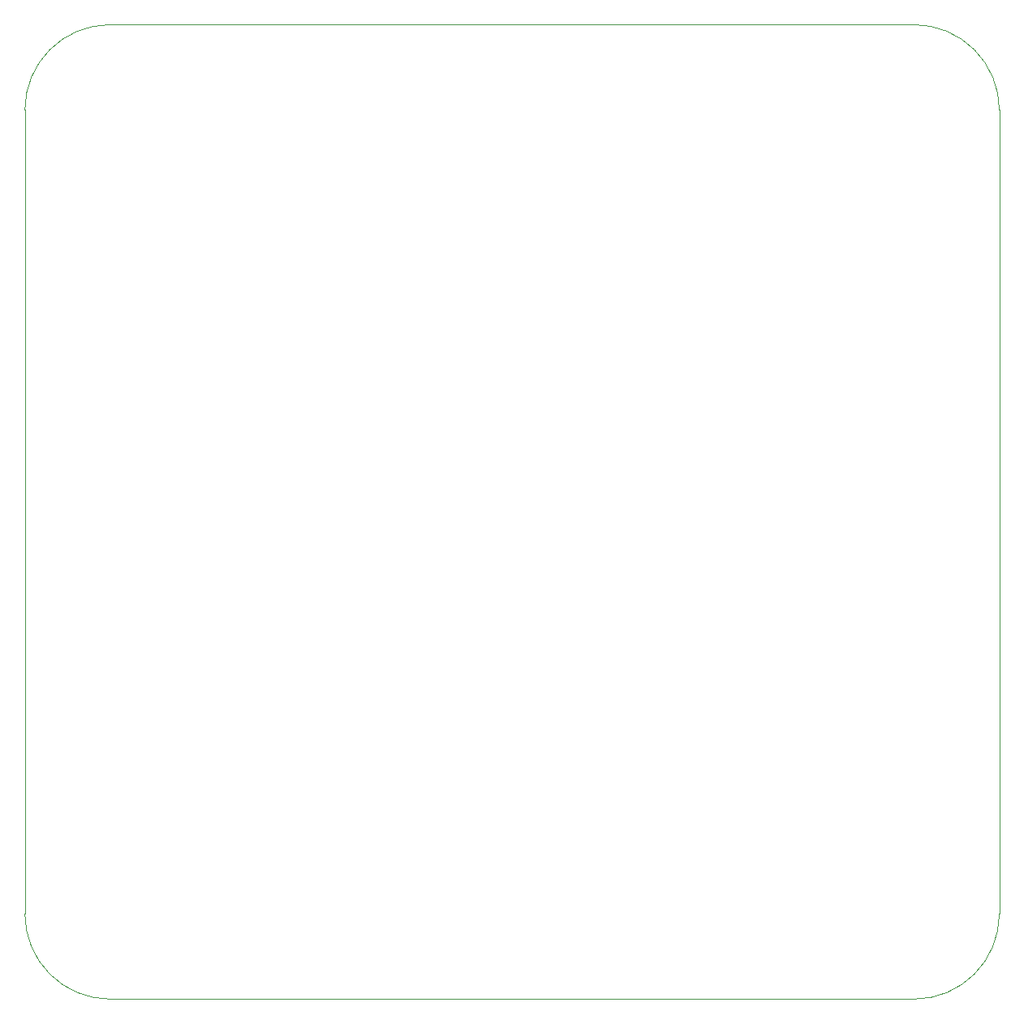
<source format=gm1>
%TF.GenerationSoftware,KiCad,Pcbnew,(6.0.9)*%
%TF.CreationDate,2025-06-05T13:51:01-04:00*%
%TF.ProjectId,ShiftRegisterPrototypeV2,53686966-7452-4656-9769-737465725072,V2*%
%TF.SameCoordinates,Original*%
%TF.FileFunction,Profile,NP*%
%FSLAX46Y46*%
G04 Gerber Fmt 4.6, Leading zero omitted, Abs format (unit mm)*
G04 Created by KiCad (PCBNEW (6.0.9)) date 2025-06-05 13:51:01*
%MOMM*%
%LPD*%
G01*
G04 APERTURE LIST*
%TA.AperFunction,Profile*%
%ADD10C,0.100000*%
%TD*%
G04 APERTURE END LIST*
D10*
X114935000Y-41460000D02*
G75*
G03*
X106045000Y-50350000I0J-8890000D01*
G01*
X207645000Y-50350000D02*
X207645001Y-134170001D01*
X198755001Y-143060001D02*
G75*
G03*
X207645001Y-134170001I-1J8890001D01*
G01*
X114935000Y-41460000D02*
X198755000Y-41460000D01*
X106045000Y-134170000D02*
X106045000Y-50350000D01*
X198755001Y-143060001D02*
X114935000Y-143060000D01*
X106045000Y-134170000D02*
G75*
G03*
X114935000Y-143060000I8890000J0D01*
G01*
X207645000Y-50350000D02*
G75*
G03*
X198755000Y-41460000I-8890000J0D01*
G01*
M02*

</source>
